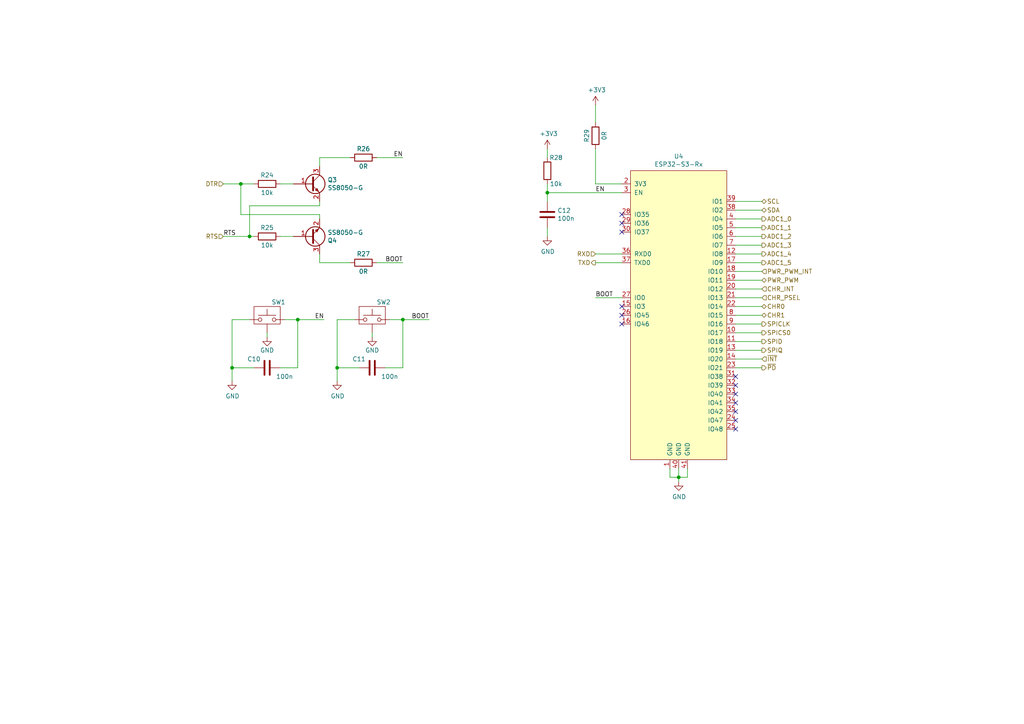
<source format=kicad_sch>
(kicad_sch (version 20211123) (generator eeschema)
  (paper "A4")
  (lib_symbols
    (symbol "Device:C" (pin_numbers hide) (pin_names (offset 0.254))
      (property "Reference" "C" (at 0.635 2.54 0))
      (property "Value" "C" (at 0.635 -2.54 0))
      (symbol "C_0_1"
        (polyline (pts (xy -2.032 -0.762) (xy 2.032 -0.762)) (stroke (width 0.508)))
        (polyline (pts (xy -2.032 0.762) (xy 2.032 0.762)) (stroke (width 0.508)))
      )
      (symbol "C_1_1"
        (pin passive line (at 0 3.81 270) (length 2.794) (name "~") (number "1"))
        (pin passive line (at 0 -3.81 90) (length 2.794) (name "~") (number "2"))
      )
    )
    (symbol "Device:R" (pin_numbers hide) (pin_names (offset 0))
      (property "Reference" "R" (at 2.032 0 90))
      (property "Value" "R" (at 0 0 90))
      (symbol "R_0_1"
        (rectangle (start -1.016 -2.54) (end 1.016 2.54) (stroke (width 0.254)))
      )
      (symbol "R_1_1"
        (pin passive line (at 0 3.81 270) (length 1.27) (name "~") (number "1"))
        (pin passive line (at 0 -3.81 90) (length 1.27) (name "~") (number "2"))
      )
    )
    (symbol "power:+3V3" (power) (pin_names (offset 0))
      (property "Value" "+3V3" (at 0 3.556 0))
      (symbol "+3V3_0_1"
        (polyline (pts (xy -0.762 1.27) (xy 0 2.54)))
        (polyline (pts (xy 0 0) (xy 0 2.54)))
        (polyline (pts (xy 0 2.54) (xy 0.762 1.27)))
      )
      (symbol "+3V3_1_1"
        (pin power_in line (at 0 0 90) (length 0) hide (name "+3V3") (number "1"))
      )
    )
    (symbol "power:GND" (power) (pin_names (offset 0))
      (property "Value" "GND" (at 0 -3.81 0))
      (symbol "GND_0_1"
        (polyline (pts (xy 0 0) (xy 0 -1.27) (xy 1.27 -1.27) (xy 0 -2.54) (xy -1.27 -1.27) (xy 0 -1.27)))
      )
      (symbol "GND_1_1"
        (pin power_in line (at 0 0 270) (length 0) hide (name "GND") (number "1"))
      )
    )
    (symbol "z_connectors:SW_MEC_5G" (pin_numbers hide) (pin_names (offset 1.016) hide)
      (property "Reference" "SW" (at 1.27 5.08 0))
      (symbol "SW_MEC_5G_0_1"
        (rectangle (start -3.81 3.81) (end 3.81 -1.27))
        (circle (center -2.032 0) (radius 0.508))
        (polyline (pts (xy 0 1.27) (xy 0 3.048)))
        (polyline (pts (xy 2.54 1.27) (xy -2.54 1.27)))
        (circle (center 2.032 0) (radius 0.508))
        (pin passive line (at -5.08 0 0) (length 2.54) (name "A") (number "1"))
      )
      (symbol "SW_MEC_5G_1_1"
        (pin passive line (at 5.08 0 180) (length 2.54) (name "B") (number "2"))
        (pin passive line (at 0 -3.81 90) (length 2.54) (name "GND") (number "3"))
      )
    )
    (symbol "z_ic:ESP32-S3-Rx" (pin_names (offset 1.016))
      (property "Reference" "U" (at 0 43.18 0))
      (property "Value" "ESP32-S3-Rx" (at 7.62 -43.18 0))
      (symbol "ESP32-S3-Rx_0_1"
        (rectangle (start -13.97 41.91) (end 13.97 -41.91) (fill (type background)))
      )
      (symbol "ESP32-S3-Rx_1_1"
        (pin power_in line (at -2.54 -44.45 90) (length 2.54) (name "GND") (number "1"))
        (pin bidirectional line (at 16.51 -5.08 180) (length 2.54) (name "IO17") (number "10"))
        (pin bidirectional line (at 16.51 -7.62 180) (length 2.54) (name "IO18") (number "11"))
        (pin bidirectional line (at 16.51 17.78 180) (length 2.54) (name "IO8") (number "12"))
        (pin bidirectional line (at 16.51 -10.16 180) (length 2.54) (name "IO19") (number "13"))
        (pin bidirectional line (at 16.51 -12.7 180) (length 2.54) (name "IO20") (number "14"))
        (pin bidirectional line (at -16.51 2.54 0) (length 2.54) (name "IO3") (number "15"))
        (pin bidirectional line (at -16.51 -2.54 0) (length 2.54) (name "IO46") (number "16"))
        (pin bidirectional line (at 16.51 15.24 180) (length 2.54) (name "IO9") (number "17"))
        (pin bidirectional line (at 16.51 12.7 180) (length 2.54) (name "IO10") (number "18"))
        (pin bidirectional line (at 16.51 10.16 180) (length 2.54) (name "IO11") (number "19"))
        (pin power_in line (at -16.51 38.1 0) (length 2.54) (name "3V3") (number "2"))
        (pin bidirectional line (at 16.51 7.62 180) (length 2.54) (name "IO12") (number "20"))
        (pin bidirectional line (at 16.51 5.08 180) (length 2.54) (name "IO13") (number "21"))
        (pin bidirectional line (at 16.51 2.54 180) (length 2.54) (name "IO14") (number "22"))
        (pin bidirectional line (at 16.51 -15.24 180) (length 2.54) (name "IO21") (number "23"))
        (pin bidirectional line (at 16.51 -30.48 180) (length 2.54) (name "IO47") (number "24"))
        (pin bidirectional line (at 16.51 -33.02 180) (length 2.54) (name "IO48") (number "25"))
        (pin bidirectional line (at -16.51 0 0) (length 2.54) (name "IO45") (number "26"))
        (pin bidirectional line (at -16.51 5.08 0) (length 2.54) (name "IO0") (number "27"))
        (pin bidirectional line (at -16.51 29.21 0) (length 2.54) (name "IO35") (number "28"))
        (pin bidirectional line (at -16.51 26.67 0) (length 2.54) (name "IO36") (number "29"))
        (pin input line (at -16.51 35.56 0) (length 2.54) (name "EN") (number "3"))
        (pin bidirectional line (at -16.51 24.13 0) (length 2.54) (name "IO37") (number "30"))
        (pin bidirectional line (at 16.51 -17.78 180) (length 2.54) (name "IO38") (number "31"))
        (pin bidirectional line (at 16.51 -20.32 180) (length 2.54) (name "IO39") (number "32"))
        (pin bidirectional line (at 16.51 -22.86 180) (length 2.54) (name "IO40") (number "33"))
        (pin bidirectional line (at 16.51 -25.4 180) (length 2.54) (name "IO41") (number "34"))
        (pin bidirectional line (at 16.51 -27.94 180) (length 2.54) (name "IO42") (number "35"))
        (pin bidirectional line (at -16.51 17.78 0) (length 2.54) (name "RXD0") (number "36"))
        (pin bidirectional line (at -16.51 15.24 0) (length 2.54) (name "TXD0") (number "37"))
        (pin bidirectional line (at 16.51 30.48 180) (length 2.54) (name "IO2") (number "38"))
        (pin bidirectional line (at 16.51 33.02 180) (length 2.54) (name "IO1") (number "39"))
        (pin bidirectional line (at 16.51 27.94 180) (length 2.54) (name "IO4") (number "4"))
        (pin power_in line (at 0 -44.45 90) (length 2.54) (name "GND") (number "40"))
        (pin power_in line (at 2.54 -44.45 90) (length 2.54) (name "GND") (number "41"))
        (pin bidirectional line (at 16.51 25.4 180) (length 2.54) (name "IO5") (number "5"))
        (pin bidirectional line (at 16.51 22.86 180) (length 2.54) (name "IO6") (number "6"))
        (pin bidirectional line (at 16.51 20.32 180) (length 2.54) (name "IO7") (number "7"))
        (pin bidirectional line (at 16.51 0 180) (length 2.54) (name "IO15") (number "8"))
        (pin bidirectional line (at 16.51 -2.54 180) (length 2.54) (name "IO16") (number "9"))
      )
    )
    (symbol "z_ic:SS8050-G" (pin_names (offset 0) hide)
      (property "Reference" "Q" (at 5.08 1.27 0))
      (property "Value" "SS8050-G" (at 5.08 -1.27 0))
      (symbol "SS8050-G_0_1"
        (polyline (pts (xy 0.635 0.635) (xy 2.54 2.54)))
        (polyline (pts (xy 0.635 -0.635) (xy 2.54 -2.54) (xy 2.54 -2.54)))
        (polyline (pts (xy 0.635 1.905) (xy 0.635 -1.905) (xy 0.635 -1.905)) (stroke (width 0.508)))
        (polyline (pts (xy 1.27 -1.778) (xy 1.778 -1.27) (xy 2.286 -2.286) (xy 1.27 -1.778) (xy 1.27 -1.778)) (fill (type outline)))
        (circle (center 1.27 0) (radius 2.8194) (stroke (width 0.254)))
      )
      (symbol "SS8050-G_1_1"
        (pin input line (at -5.08 0 0) (length 5.715) (name "B") (number "1"))
        (pin passive line (at 2.54 -5.08 90) (length 2.54) (name "E") (number "2"))
        (pin passive line (at 2.54 5.08 270) (length 2.54) (name "C") (number "3"))
      )
    )
  )
  (junction (at 69.85 53.34))
  (junction (at 97.79 106.68))
  (junction (at 158.75 55.88))
  (junction (at 116.84 92.71))
  (junction (at 86.36 92.71))
  (junction (at 72.39 68.58))
  (junction (at 67.31 106.68))
  (junction (at 196.85 138.43))
  (no_connect (at 180.34 64.77))
  (no_connect (at 180.34 88.9))
  (no_connect (at 180.34 91.44))
  (no_connect (at 180.34 93.98))
  (no_connect (at 213.36 124.46))
  (no_connect (at 213.36 109.22))
  (no_connect (at 213.36 111.76))
  (no_connect (at 213.36 114.3))
  (no_connect (at 213.36 116.84))
  (no_connect (at 213.36 119.38))
  (no_connect (at 213.36 121.92))
  (no_connect (at 180.34 67.31))
  (no_connect (at 180.34 62.23))
  (wire (pts (xy 213.36 71.12) (xy 220.98 71.12)))
  (wire (pts (xy 180.34 76.2) (xy 172.72 76.2)))
  (wire (pts (xy 111.76 106.68) (xy 116.84 106.68)))
  (wire (pts (xy 196.85 138.43) (xy 194.31 138.43)))
  (wire (pts (xy 213.36 58.42) (xy 220.98 58.42)))
  (wire (pts (xy 67.31 92.71) (xy 72.39 92.71)))
  (wire (pts (xy 213.36 68.58) (xy 220.98 68.58)))
  (wire (pts (xy 213.36 78.74) (xy 220.98 78.74)))
  (wire (pts (xy 85.09 53.34) (xy 81.28 53.34)))
  (wire (pts (xy 199.39 138.43) (xy 196.85 138.43)))
  (wire (pts (xy 109.22 76.2) (xy 116.84 76.2)))
  (wire (pts (xy 213.36 101.6) (xy 220.98 101.6)))
  (wire (pts (xy 86.36 92.71) (xy 93.98 92.71)))
  (wire (pts (xy 85.09 68.58) (xy 81.28 68.58)))
  (wire (pts (xy 196.85 135.89) (xy 196.85 138.43)))
  (wire (pts (xy 180.34 73.66) (xy 172.72 73.66)))
  (wire (pts (xy 92.71 48.26) (xy 92.71 45.72)))
  (wire (pts (xy 213.36 88.9) (xy 220.98 88.9)))
  (wire (pts (xy 213.36 81.28) (xy 220.98 81.28)))
  (wire (pts (xy 72.39 68.58) (xy 64.77 68.58)))
  (wire (pts (xy 113.03 92.71) (xy 116.84 92.71)))
  (wire (pts (xy 213.36 99.06) (xy 220.98 99.06)))
  (wire (pts (xy 73.66 53.34) (xy 69.85 53.34)))
  (wire (pts (xy 107.95 96.52) (xy 107.95 97.79)))
  (wire (pts (xy 72.39 68.58) (xy 72.39 59.69)))
  (wire (pts (xy 213.36 91.44) (xy 220.98 91.44)))
  (wire (pts (xy 116.84 106.68) (xy 116.84 92.71)))
  (wire (pts (xy 116.84 92.71) (xy 124.46 92.71)))
  (wire (pts (xy 158.75 53.34) (xy 158.75 55.88)))
  (wire (pts (xy 92.71 76.2) (xy 101.6 76.2)))
  (wire (pts (xy 73.66 68.58) (xy 72.39 68.58)))
  (wire (pts (xy 72.39 59.69) (xy 92.71 59.69)))
  (wire (pts (xy 213.36 106.68) (xy 220.98 106.68)))
  (wire (pts (xy 158.75 55.88) (xy 180.34 55.88)))
  (wire (pts (xy 67.31 106.68) (xy 67.31 92.71)))
  (wire (pts (xy 199.39 135.89) (xy 199.39 138.43)))
  (wire (pts (xy 180.34 86.36) (xy 172.72 86.36)))
  (wire (pts (xy 172.72 43.18) (xy 172.72 53.34)))
  (wire (pts (xy 213.36 76.2) (xy 220.98 76.2)))
  (wire (pts (xy 86.36 106.68) (xy 86.36 92.71)))
  (wire (pts (xy 213.36 63.5) (xy 220.98 63.5)))
  (wire (pts (xy 92.71 59.69) (xy 92.71 58.42)))
  (wire (pts (xy 69.85 53.34) (xy 69.85 62.23)))
  (wire (pts (xy 104.14 106.68) (xy 97.79 106.68)))
  (wire (pts (xy 92.71 45.72) (xy 101.6 45.72)))
  (wire (pts (xy 213.36 73.66) (xy 220.98 73.66)))
  (wire (pts (xy 97.79 106.68) (xy 97.79 110.49)))
  (wire (pts (xy 194.31 138.43) (xy 194.31 135.89)))
  (wire (pts (xy 67.31 106.68) (xy 67.31 110.49)))
  (wire (pts (xy 213.36 96.52) (xy 220.98 96.52)))
  (wire (pts (xy 81.28 106.68) (xy 86.36 106.68)))
  (wire (pts (xy 180.34 53.34) (xy 172.72 53.34)))
  (wire (pts (xy 196.85 138.43) (xy 196.85 139.7)))
  (wire (pts (xy 77.47 96.52) (xy 77.47 97.79)))
  (wire (pts (xy 69.85 53.34) (xy 64.77 53.34)))
  (wire (pts (xy 172.72 30.48) (xy 172.72 35.56)))
  (wire (pts (xy 158.75 45.72) (xy 158.75 43.18)))
  (wire (pts (xy 213.36 86.36) (xy 220.98 86.36)))
  (wire (pts (xy 73.66 106.68) (xy 67.31 106.68)))
  (wire (pts (xy 92.71 73.66) (xy 92.71 76.2)))
  (wire (pts (xy 69.85 62.23) (xy 92.71 62.23)))
  (wire (pts (xy 97.79 106.68) (xy 97.79 92.71)))
  (wire (pts (xy 158.75 66.04) (xy 158.75 68.58)))
  (wire (pts (xy 213.36 93.98) (xy 220.98 93.98)))
  (wire (pts (xy 82.55 92.71) (xy 86.36 92.71)))
  (wire (pts (xy 213.36 66.04) (xy 220.98 66.04)))
  (wire (pts (xy 213.36 104.14) (xy 220.98 104.14)))
  (wire (pts (xy 97.79 92.71) (xy 102.87 92.71)))
  (wire (pts (xy 92.71 62.23) (xy 92.71 63.5)))
  (wire (pts (xy 109.22 45.72) (xy 116.84 45.72)))
  (wire (pts (xy 213.36 83.82) (xy 220.98 83.82)))
  (wire (pts (xy 213.36 60.96) (xy 220.98 60.96)))
  (wire (pts (xy 158.75 55.88) (xy 158.75 58.42)))
  (label "EN" (at 172.72 55.88 0))
  (label "BOOT" (at 124.46 92.71 180))
  (label "RTS" (at 64.77 68.58 0))
  (label "EN" (at 116.84 45.72 180))
  (label "BOOT" (at 116.84 76.2 180))
  (label "BOOT" (at 172.72 86.36 0))
  (label "EN" (at 93.98 92.71 180))
  (hierarchical_label "ADC1_1" (shape output) (at 220.98 66.04 0))
  (hierarchical_label "SPICLK" (shape output) (at 220.98 93.98 0))
  (hierarchical_label "~{PD}" (shape output) (at 220.98 106.68 0))
  (hierarchical_label "SPID" (shape output) (at 220.98 99.06 0))
  (hierarchical_label "SPIQ" (shape output) (at 220.98 101.6 0))
  (hierarchical_label "SPICS0" (shape output) (at 220.98 96.52 0))
  (hierarchical_label "CHR_INT" (shape input) (at 220.98 83.82 0))
  (hierarchical_label "PWR_PWM" (shape bidirectional) (at 220.98 81.28 0))
  (hierarchical_label "RTS" (shape input) (at 64.77 68.58 180))
  (hierarchical_label "ADC1_4" (shape output) (at 220.98 73.66 0))
  (hierarchical_label "SCL" (shape bidirectional) (at 220.98 58.42 0))
  (hierarchical_label "DTR" (shape input) (at 64.77 53.34 180))
  (hierarchical_label "CHR_PSEL" (shape input) (at 220.98 86.36 0))
  (hierarchical_label "RXD" (shape input) (at 172.72 73.66 180))
  (hierarchical_label "ADC1_2" (shape output) (at 220.98 68.58 0))
  (hierarchical_label "SDA" (shape bidirectional) (at 220.98 60.96 0))
  (hierarchical_label "CHR1" (shape bidirectional) (at 220.98 91.44 0))
  (hierarchical_label "ADC1_0" (shape output) (at 220.98 63.5 0))
  (hierarchical_label "ADC1_5" (shape output) (at 220.98 76.2 0))
  (hierarchical_label "CHR0" (shape bidirectional) (at 220.98 88.9 0))
  (hierarchical_label "~{INT}" (shape input) (at 220.98 104.14 0))
  (hierarchical_label "PWR_PWM_INT" (shape input) (at 220.98 78.74 0))
  (hierarchical_label "TXD" (shape output) (at 172.72 76.2 180))
  (hierarchical_label "ADC1_3" (shape output) (at 220.98 71.12 0))
  (symbol (lib_id "z_ic:SS8050-G") (at 90.17 53.34 0) (unit 1)
    (property "Reference" "Q3" (at 94.996 52.1716 0) (effects (justify left)))
    (property "Value" "SS8050-G" (at 94.996 54.483 0) (effects (justify left)))
    (property "Footprint" "Package_TO_SOT_SMD:SOT-23" (effects hide))
    (property "Datasheet" "https://www.comchiptech.com/admin/files/product/SS8050-G%20RevA181526.pdf" (effects hide))
    (property "Digikey" "641-1790-1-ND" (effects hide))
  )
  (symbol (lib_id "power:GND") (at 158.75 68.58 0) (unit 1)
    (property "Reference" "#PWR0153" (effects hide))
    (property "Value" "GND" (at 158.877 72.9742 0))
  )
  (symbol (lib_id "Device:C") (at 107.95 106.68 90) (unit 1)
    (property "Reference" "C11" (at 104.14 104.14 90))
    (property "Value" "100n" (at 113.03 109.22 90))
    (property "Footprint" "Capacitor_SMD:C_0603_1608Metric" (effects hide))
    (property "Digikey" "1292-1393-1-ND" (effects hide))
  )
  (symbol (lib_id "z_connectors:SW_MEC_5G") (at 77.47 92.71 0) (unit 1)
    (property "Reference" "SW1" (at 78.74 87.63 0) (effects (justify left)))
    (property "Value" "SW_MEC_5G" (effects hide))
    (property "Footprint" "z_connector:PTS820J25MSMTRLFS" (effects hide))
    (property "Datasheet" "https://www.ckswitches.com/media/1474/pts820.pdf" (effects hide))
    (property "Digikey" "CKN10839CT-ND" (effects hide))
  )
  (symbol (lib_id "power:GND") (at 107.95 97.79 0) (unit 1)
    (property "Reference" "#PWR0149" (effects hide))
    (property "Value" "GND" (at 107.95 101.6 0))
  )
  (symbol (lib_id "power:GND") (at 67.31 110.49 0) (unit 1)
    (property "Reference" "#PWR0148" (effects hide))
    (property "Value" "GND" (at 67.437 114.8842 0))
  )
  (symbol (lib_id "Device:R") (at 77.47 53.34 270) (unit 1)
    (property "Reference" "R24" (at 77.47 50.8 90))
    (property "Value" "10k" (at 77.47 55.88 90))
    (property "Footprint" "Resistor_SMD:R_0603_1608Metric" (effects hide))
    (property "Digikey" "A121523CT-ND" (effects hide))
  )
  (symbol (lib_id "z_ic:ESP32-S3-Rx") (at 196.85 91.44 0) (unit 1)
    (property "Reference" "U4" (at 196.85 45.339 0))
    (property "Value" "ESP32-S3-Rx" (at 196.85 47.6504 0))
    (property "Footprint" "z_ic:ESP32-S3-WROOM-1" (effects hide))
    (property "Digikey" "-" (effects hide))
  )
  (symbol (lib_id "Device:C") (at 158.75 62.23 0) (unit 1)
    (property "Reference" "C12" (at 161.671 61.0616 0) (effects (justify left)))
    (property "Value" "100n" (at 161.671 63.373 0) (effects (justify left)))
    (property "Footprint" "Capacitor_SMD:C_0603_1608Metric" (effects hide))
    (property "Digikey" "1292-1393-1-ND" (effects hide))
  )
  (symbol (lib_id "Device:R") (at 172.72 39.37 180) (unit 1)
    (property "Reference" "R29" (at 170.18 39.37 90))
    (property "Value" "0R" (at 175.26 39.37 90))
    (property "Footprint" "Resistor_SMD:R_0603_1608Metric" (effects hide))
    (property "Digikey" "541-0.0SBCT-ND" (effects hide))
  )
  (symbol (lib_id "Device:R") (at 105.41 45.72 270) (unit 1)
    (property "Reference" "R26" (at 105.41 43.18 90))
    (property "Value" "0R" (at 105.41 48.26 90))
    (property "Footprint" "Resistor_SMD:R_0603_1608Metric" (effects hide))
    (property "Digikey" "541-0.0SBCT-ND" (effects hide))
  )
  (symbol (lib_id "Device:R") (at 158.75 49.53 0) (unit 1)
    (property "Reference" "R28" (at 161.29 45.72 0))
    (property "Value" "10k" (at 161.29 53.34 0))
    (property "Footprint" "Resistor_SMD:R_0603_1608Metric" (effects hide))
    (property "Digikey" "A121523CT-ND" (effects hide))
  )
  (symbol (lib_id "power:+3V3") (at 172.72 30.48 0) (unit 1)
    (property "Reference" "#PWR0151" (effects hide))
    (property "Value" "+3V3" (at 173.101 26.0858 0))
  )
  (symbol (lib_id "power:GND") (at 97.79 110.49 0) (unit 1)
    (property "Reference" "#PWR0147" (effects hide))
    (property "Value" "GND" (at 97.917 114.8842 0))
  )
  (symbol (lib_id "power:GND") (at 77.47 97.79 0) (unit 1)
    (property "Reference" "#PWR0150" (effects hide))
    (property "Value" "GND" (at 77.47 101.6 0))
  )
  (symbol (lib_id "power:GND") (at 196.85 139.7 0) (unit 1)
    (property "Reference" "#PWR0146" (effects hide))
    (property "Value" "GND" (at 196.977 144.0942 0))
  )
  (symbol (lib_id "Device:R") (at 77.47 68.58 270) (unit 1)
    (property "Reference" "R25" (at 77.47 66.04 90))
    (property "Value" "10k" (at 77.47 71.12 90))
    (property "Footprint" "Resistor_SMD:R_0603_1608Metric" (effects hide))
    (property "Digikey" "A121523CT-ND" (effects hide))
  )
  (symbol (lib_id "z_connectors:SW_MEC_5G") (at 107.95 92.71 0) (unit 1)
    (property "Reference" "SW2" (at 109.22 87.63 0) (effects (justify left)))
    (property "Value" "SW_MEC_5G" (effects hide))
    (property "Footprint" "z_connector:PTS820J25MSMTRLFS" (effects hide))
    (property "Datasheet" "https://www.ckswitches.com/media/1474/pts820.pdf" (effects hide))
    (property "Digikey" "CKN10839CT-ND" (effects hide))
  )
  (symbol (lib_id "power:+3V3") (at 158.75 43.18 0) (unit 1)
    (property "Reference" "#PWR0152" (effects hide))
    (property "Value" "+3V3" (at 159.131 38.7858 0))
  )
  (symbol (lib_id "Device:C") (at 77.47 106.68 90) (unit 1)
    (property "Reference" "C10" (at 73.66 104.14 90))
    (property "Value" "100n" (at 82.55 109.22 90))
    (property "Footprint" "Capacitor_SMD:C_0603_1608Metric" (effects hide))
    (property "Digikey" "1292-1393-1-ND" (effects hide))
  )
  (symbol (lib_id "z_ic:SS8050-G") (at 90.17 68.58 0) (mirror x) (unit 1)
    (property "Reference" "Q4" (at 94.996 69.7484 0) (effects (justify left)))
    (property "Value" "SS8050-G" (at 94.996 67.437 0) (effects (justify left)))
    (property "Footprint" "Package_TO_SOT_SMD:SOT-23" (effects hide))
    (property "Datasheet" "https://www.comchiptech.com/admin/files/product/SS8050-G%20RevA181526.pdf" (effects hide))
    (property "Digikey" "641-1790-1-ND" (effects hide))
  )
  (symbol (lib_id "Device:R") (at 105.41 76.2 270) (unit 1)
    (property "Reference" "R27" (at 105.41 73.66 90))
    (property "Value" "0R" (at 105.41 78.74 90))
    (property "Footprint" "Resistor_SMD:R_0603_1608Metric" (effects hide))
    (property "Digikey" "541-0.0SBCT-ND" (effects hide))
  )
)
</source>
